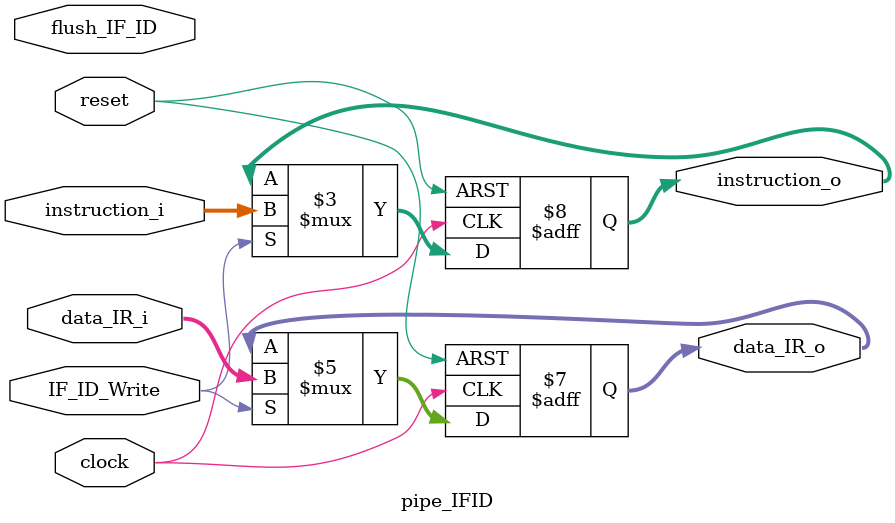
<source format=v>
module pipe_IFID
#(
   parameter INSTR_WIDTH   = 32,
   parameter DATA_WIDTH    = 64
)
(
   input                            clock, reset,
   input                            IF_ID_Write, //is the pipe enabled or stalled?
   input                            flush_IF_ID,
   input       [DATA_WIDTH -1 : 0]  data_IR_i,
   input       [INSTR_WIDTH-1 : 0]  instruction_i,

   output reg  [DATA_WIDTH -1 : 0]  data_IR_o,
   output reg  [INSTR_WIDTH-1 : 0]  instruction_o
);

   always @(posedge clock, negedge reset)
   begin
      if(!reset)
      begin
         instruction_o     <= 32'd0;
         data_IR_o         <= 64'd0;
      end
      else if(IF_ID_Write)
      begin
         instruction_o     <= instruction_i;
         data_IR_o         <= data_IR_i;
      end
   end


endmodule



</source>
